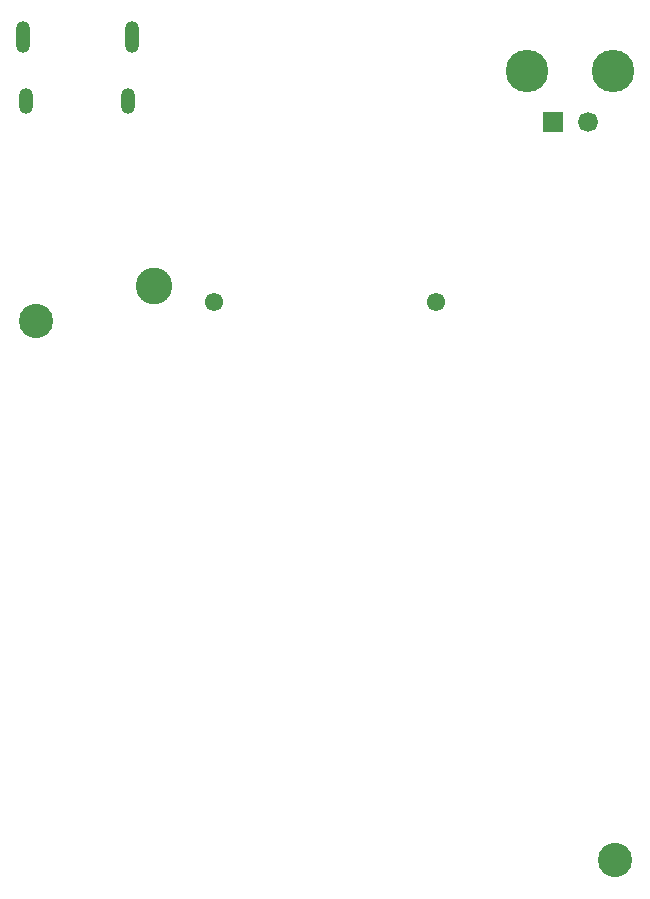
<source format=gbs>
G04*
G04 #@! TF.GenerationSoftware,Altium Limited,Altium Designer,22.4.2 (48)*
G04*
G04 Layer_Color=16711935*
%FSLAX44Y44*%
%MOMM*%
G71*
G04*
G04 #@! TF.SameCoordinates,3E136D79-123B-44AF-942A-25470D1848A4*
G04*
G04*
G04 #@! TF.FilePolarity,Negative*
G04*
G01*
G75*
%ADD59O,1.2000X2.7000*%
%ADD60O,1.2000X2.2000*%
%ADD61C,2.9000*%
%ADD62C,3.1000*%
%ADD63C,3.6000*%
%ADD64C,1.6900*%
%ADD65R,1.6900X1.6900*%
%ADD66C,1.5500*%
D59*
X28050Y874100D02*
D03*
X120450Y874100D02*
D03*
D60*
X31050Y820500D02*
D03*
X117450D02*
D03*
D61*
X39500Y634250D02*
D03*
X529500Y177250D02*
D03*
D62*
X139500Y663250D02*
D03*
D63*
X528250Y845950D02*
D03*
X455250D02*
D03*
D64*
X506750Y802750D02*
D03*
D65*
X476750D02*
D03*
D66*
X378500Y650250D02*
D03*
X190500D02*
D03*
M02*

</source>
